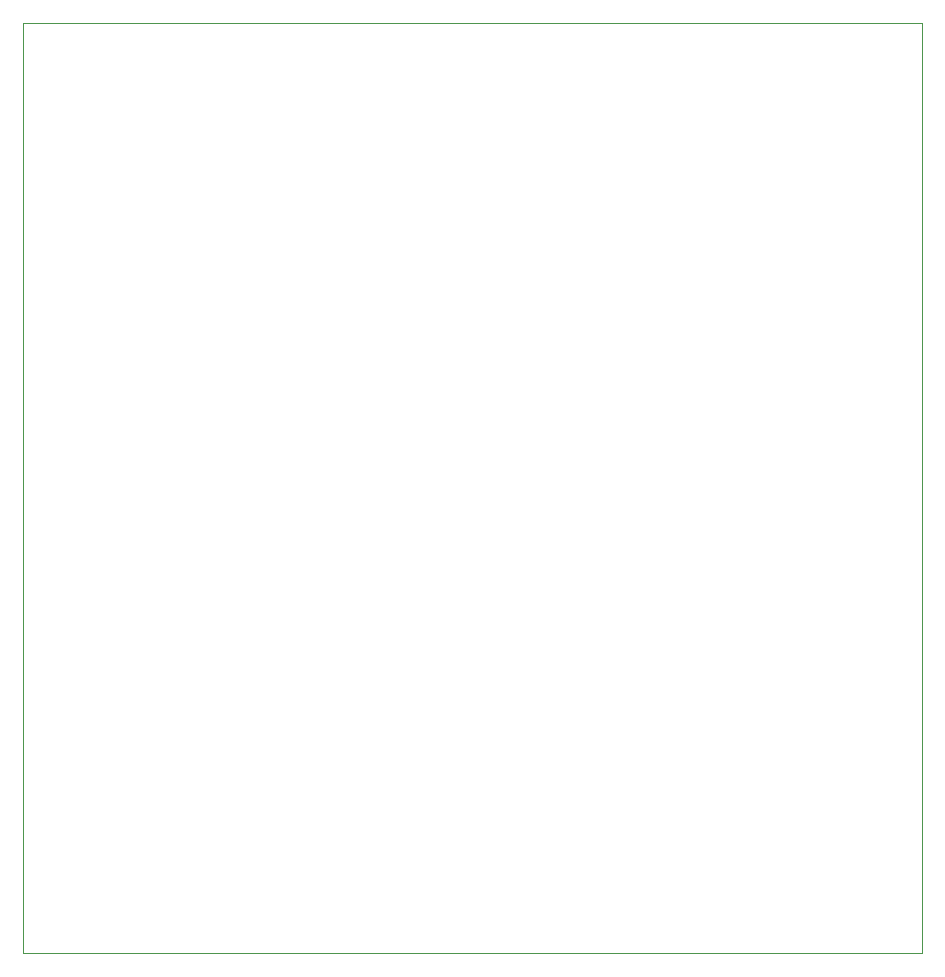
<source format=gbr>
G04 #@! TF.GenerationSoftware,KiCad,Pcbnew,(5.1.2-1)-1*
G04 #@! TF.CreationDate,2023-04-29T13:33:38+02:00*
G04 #@! TF.ProjectId,PicoClockRadio,5069636f-436c-46f6-936b-526164696f2e,rev?*
G04 #@! TF.SameCoordinates,Original*
G04 #@! TF.FileFunction,Profile,NP*
%FSLAX46Y46*%
G04 Gerber Fmt 4.6, Leading zero omitted, Abs format (unit mm)*
G04 Created by KiCad (PCBNEW (5.1.2-1)-1) date 2023-04-29 13:33:38*
%MOMM*%
%LPD*%
G04 APERTURE LIST*
%ADD10C,0.050000*%
G04 APERTURE END LIST*
D10*
X175488600Y-149123400D02*
X175498760Y-70342760D01*
X99369880Y-70342760D02*
X99359720Y-149123400D01*
X175488600Y-149123400D02*
X99359720Y-149123400D01*
X175498760Y-70342760D02*
X99369880Y-70342760D01*
M02*

</source>
